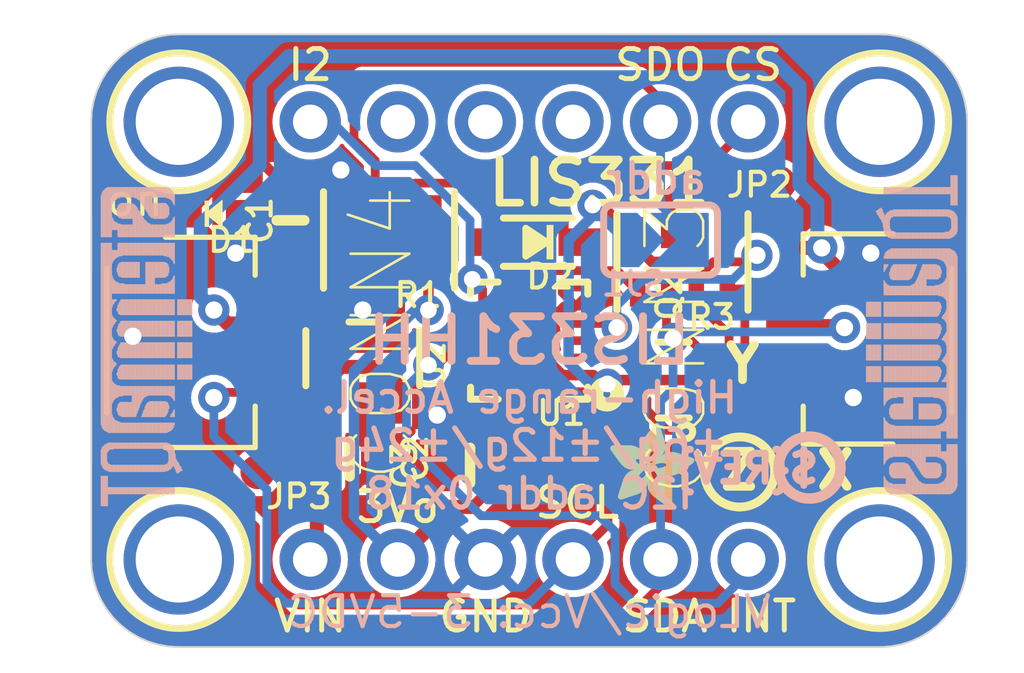
<source format=kicad_pcb>
(kicad_pcb (version 20221018) (generator pcbnew)
  (layers (0 "F.Cu" signal) (31 "B.Cu" signal) (34 "B.Paste" user) (35 "F.Paste" user) (36 "B.SilkS" user "B.Silkscreen") (37 "F.SilkS" user "F.Silkscreen") (38 "B.Mask" user) (39 "F.Mask" user) (44 "Edge.Cuts" user))
  (net 0 "")
  (net 1 "GND")
  (net 2 "SDA")
  (net 3 "SCL")
  (net 4 "SCL_3V")
  (net 5 "SDA_3V")
  (net 6 "3.3V")
  (net 7 "VCC")
  (net 8 "N$1")
  (net 9 "CS")
  (net 10 "N$2")
  (net 11 "INT1")
  (net 12 "SDO")
  (net 13 "INT2")
  (footprint "working:ADAFRUIT_2.5MM" (layer "F.Cu") (at 150.8506 109.8296)
    (fp_text reference "U$12" hide)
    (fp_text value "" hide)
  )
  (footprint "working:MOUNTINGHOLE_2.5_PLATED" (layer "F.Cu") (at 158.6611 98.6536)
    (fp_text reference "U$17" hide)
    (fp_text value "MOUNTINGHOLE2.5" hide)
  )
  (footprint "working:1X06_ROUND_70" (layer "F.Cu") (at 148.5011 98.6536 180)
    (fp_text reference "JP2")
    (fp_text value "")
  )
  (footprint "working:JST_SH4" (layer "F.Cu") (at 158.6611 105.0036 90)
    (fp_text reference "CONN3")
    (fp_text value "STEMMA_I2C_QT" hide)
  )
  (footprint "working:RESPACK_4X0603" (layer "F.Cu") (at 144.4371 102.0826 180)
    (fp_text reference "R1")
    (fp_text value "10K")
  )
  (footprint "working:MOUNTINGHOLE_2.5_PLATED" (layer "F.Cu") (at 158.6611 111.3536)
    (fp_text reference "U$21" hide)
    (fp_text value "MOUNTINGHOLE2.5" hide)
  )
  (footprint "working:SOT23-5" (layer "F.Cu") (at 143.6751 105.5116)
    (fp_text reference "U2")
    (fp_text value "AP2112K-3.3")
  )
  (footprint "working:MOUNTINGHOLE_2.5_PLATED" (layer "F.Cu") (at 138.3411 98.6536)
    (fp_text reference "U$1" hide)
    (fp_text value "MOUNTINGHOLE2.5" hide)
  )
  (footprint "working:1X06_ROUND_70" (layer "F.Cu") (at 148.5011 111.3536)
    (fp_text reference "JP3")
    (fp_text value "")
  )
  (footprint "working:JST_SH4" (layer "F.Cu") (at 138.3411 105.0036 -90)
    (fp_text reference "CONN4")
    (fp_text value "STEMMA_I2C_QT" hide)
  )
  (footprint "working:CHIPLED_0603_NOOUTLINE" (layer "F.Cu") (at 139.3571 101.3206 90)
    (fp_text reference "D1")
    (fp_text value "GREEN")
  )
  (footprint "working:0805-NO" (layer "F.Cu") (at 143.2941 108.4326)
    (fp_text reference "C2")
    (fp_text value "10uF")
  )
  (footprint "working:FIDUCIAL_1MM" (layer "F.Cu") (at 140.6271 108.8136)
    (fp_text reference "FID3" hide)
    (fp_text value "FIDUCIAL_1MM" hide)
  )
  (footprint "working:MOUNTINGHOLE_2.5_PLATED" (layer "F.Cu") (at 138.3411 111.3536)
    (fp_text reference "U$19" hide)
    (fp_text value "MOUNTINGHOLE2.5" hide)
  )
  (footprint "working:SOT363" (layer "F.Cu") (at 152.6921 106.1466 90)
    (fp_text reference "Q2")
    (fp_text value "BSS138")
  )
  (footprint "working:RESPACK_4X0603" (layer "F.Cu") (at 152.9461 102.7176 180)
    (fp_text reference "R3")
    (fp_text value "10K")
  )
  (footprint "working:0603-NO" (layer "F.Cu") (at 141.5796 101.5111 90)
    (fp_text reference "C1")
    (fp_text value "0.1uF")
  )
  (footprint "working:FIDUCIAL_1MM" (layer "F.Cu") (at 155.7401 100.4316)
    (fp_text reference "FID4" hide)
    (fp_text value "FIDUCIAL_1MM" hide)
  )
  (footprint "working:SOD-323" (layer "F.Cu") (at 148.7551 102.1461 180)
    (fp_text reference "D2")
    (fp_text value "1N4148")
  )
  (footprint "working:LGA16_3X3MM" (layer "F.Cu") (at 148.5011 105.0036 180)
    (fp_text reference "U1")
    (fp_text value "LIS3DHTR")
  )
  (footprint "working:0805-NO" (layer "F.Cu") (at 146.7866 108.6231 180)
    (fp_text reference "C3")
    (fp_text value "10uF")
  )
  (footprint "working:STEMMAQT" (layer "B.Cu") (at 158.2801 109.4486 90)
    (fp_text reference "U$30" hide)
    (fp_text value "" hide)
  )
  (footprint "working:SOLDERJUMPER_ARROW_NOPASTE" (layer "B.Cu") (at 152.3111 102.0826)
    (fp_text reference "SJ1")
    (fp_text value "")
  )
  (footprint "working:PCBFEAT-REV-040" (layer "B.Cu") (at 156.6291 108.6866 180)
    (fp_text reference "U$25" hide)
    (fp_text value "" hide)
  )
  (footprint "working:STEMMAQT" (layer "B.Cu") (at 138.7221 100.5586 -90)
    (fp_text reference "U$31" hide)
    (fp_text value "" hide)
  )
  (gr_arc (start 154.6011 107.7986) (mid 155.324733 108.090967) (end 155.6171 108.8146) (stroke (width 0.254)) (layer "F.SilkS"))
  (gr_arc (start 155.6171 108.8146) (mid 155.31952 109.53302) (end 154.6011 109.8306) (stroke (width 0.254)) (layer "F.SilkS"))
  (gr_arc (start 153.5851 108.8146) (mid 153.88268 108.09618) (end 154.6011 107.7986) (stroke (width 0.254)) (layer "F.SilkS"))
  (gr_arc (start 154.6011 109.8306) (mid 153.88268 109.53302) (end 153.5851 108.8146) (stroke (width 0.254)) (layer "F.SilkS"))
  (gr_arc (start 138.3411 113.8936) (mid 136.545049 113.149651) (end 135.8011 111.3536) (stroke (width 0.05)) (layer "Edge.Cuts"))
  (gr_line (start 158.6611 96.1136) (end 138.3411 96.1136) (stroke (width 0.05)) (layer "Edge.Cuts"))
  (gr_arc (start 135.8011 98.6536) (mid 136.545049 96.857549) (end 138.3411 96.1136) (stroke (width 0.05)) (layer "Edge.Cuts"))
  (gr_line (start 161.2011 111.3536) (end 161.2011 98.6536) (stroke (width 0.05)) (layer "Edge.Cuts"))
  (gr_line (start 138.3411 113.8936) (end 158.6611 113.8936) (stroke (width 0.05)) (layer "Edge.Cuts"))
  (gr_arc (start 161.2011 111.3536) (mid 160.457151 113.149651) (end 158.6611 113.8936) (stroke (width 0.05)) (layer "Edge.Cuts"))
  (gr_line (start 135.8011 98.6536) (end 135.8011 111.3536) (stroke (width 0.05)) (layer "Edge.Cuts"))
  (gr_arc (start 158.6611 96.1136) (mid 160.457151 96.857549) (end 161.2011 98.6536) (stroke (width 0.05)) (layer "Edge.Cuts"))
  (gr_text "VLogic/Vcc: 3-5VDC" (at 148.5011 112.8776) (layer "B.SilkS") (effects (font (size 0.89408 0.89408) (thickness 0.12192)) (justify mirror)))
  (gr_text "addr" (at 152.1841 100.3046) (layer "B.SilkS") (effects (font (size 0.8636 0.8636) (thickness 0.1524)) (justify mirror)))
  (gr_text "LIS331HH" (at 148.5011 105.0036) (layer "B.SilkS") (effects (font (size 1.2954 1.2954) (thickness 0.2286)) (justify mirror)))
  (gr_text "High-range Accel.\n±6g/±12g/±24g\nI2C addr 0x18" (at 148.5011 108.0516) (layer "B.SilkS") (effects (font (size 0.8636 0.8636) (thickness 0.1524)) (justify mirror)))
  (gr_text "Z" (at 155.2361 108.1796) (layer "F.SilkS") (effects (font (size 1.016 1.016) (thickness 0.254)) (justify right top)))
  (gr_text "INT" (at 155.2321 113.0046) (layer "F.SilkS") (effects (font (size 0.87376 0.87376) (thickness 0.14224))))
  (gr_text "3Vo" (at 144.6911 109.8296) (layer "F.SilkS") (effects (font (size 0.87376 0.87376) (thickness 0.14224))))
  (gr_text "LIS331" (at 150.5331 100.4316) (layer "F.SilkS") (effects (font (size 1.25222 1.25222) (thickness 0.22098))))
  (gr_text "X" (at 158.0301 108.1796) (layer "F.SilkS") (effects (font (size 1.016 1.016) (thickness 0.254)) (justify right top)))
  (gr_text "VIN" (at 142.1511 113.0046) (layer "F.SilkS") (effects (font (size 0.87376 0.87376) (thickness 0.14224))))
  (gr_text "GND" (at 147.2311 113.0046) (layer "F.SilkS") (effects (font (size 0.87376 0.87376) (thickness 0.14224))))
  (gr_text "on" (at 136.1821 101.4476) (layer "F.SilkS") (effects (font (size 0.89408 0.89408) (thickness 0.12192)) (justify left bottom)))
  (gr_text "SCL" (at 149.8981 109.7026) (layer "F.SilkS") (effects (font (size 0.87376 0.87376) (thickness 0.14224))))
  (gr_text "I2" (at 142.1511 97.0026) (layer "F.SilkS") (effects (font (size 0.87376 0.87376) (thickness 0.14224))))
  (gr_text "SDO" (at 152.3111 97.0026) (layer "F.SilkS") (effects (font (size 0.87376 0.87376) (thickness 0.14224))))
  (gr_text "CS" (at 154.9781 97.0026) (layer "F.SilkS") (effects (font (size 0.87376 0.87376) (thickness 0.14224))))
  (gr_text "SDA" (at 152.4381 113.0046) (layer "F.SilkS") (effects (font (size 0.87376 0.87376) (thickness 0.14224))))
  (gr_text "Y" (at 154.0851 106.2726) (layer "F.SilkS") (effects (font (size 1.016 1.016) (thickness 0.254)) (justify left bottom)))
  (segment (start 149.8511 104.0036) (end 149.5011 104.0036) (width 0.2032) (layer "F.Cu") (net 1))
  (segment (start 139.9921 103.0986) (end 139.9921 102.4636) (width 0.4064) (layer "F.Cu") (net 1))
  (segment (start 147.8661 105.1306) (end 147.8661 104.5036) (width 0.4064) (layer "F.Cu") (net 1))
  (segment (start 143.9437 103.719) (end 143.6751 103.9876) (width 0.4064) (layer "F.Cu") (net 1))
  (segment (start 147.1511 105.5036) (end 146.7311 105.5036) (width 0.254) (layer "F.Cu") (net 1))
  (segment (start 144.2441 108.4326) (end 143.6751 107.8636) (width 0.4064) (layer "F.Cu") (net 1))
  (segment (start 140.8551 103.5036) (end 140.8051 103.4536) (width 0.4064) (layer "F.Cu") (net 1))
  (segment (start 143.6751 106.8117) (end 143.6751 107.8636) (width 0.4064) (layer "F.Cu") (net 1))
  (segment (start 143.9437 103.443163) (end 143.9437 103.719) (width 0.4064) (layer "F.Cu") (net 1))
  (segment (start 146.7311 105.5036) (end 146.431 105.8037) (width 0.254) (layer "F.Cu") (net 1))
  (segment (start 147.8661 104.5036) (end 148.0011 104.5036) (width 0.254) (layer "F.Cu") (net 1))
  (segment (start 147.1511 104.5036) (end 147.8661 104.5036) (width 0.254) (layer "F.Cu") (net 1))
  (segment (start 144.0371 103.349763) (end 143.9437 103.443163) (width 0.4064) (layer "F.Cu") (net 1))
  (segment (start 147.4931 105.5036) (end 147.8661 105.1306) (width 0.254) (layer "F.Cu") (net 1))
  (segment (start 140.3471 103.4536) (end 139.9921 103.0986) (width 0.4064) (layer "F.Cu") (net 1))
  (segment (start 144.0371 102.9326) (end 144.0371 103.349763) (width 0.4064) (layer "F.Cu") (net 1))
  (segment (start 148.0011 104.5036) (end 148.5011 105.0036) (width 0.254) (layer "F.Cu") (net 1))
  (segment (start 146.1271 108.4326) (end 144.2441 108.4326) (width 0.4064) (layer "F.Cu") (net 1))
  (segment (start 149.5011 104.0036) (end 148.5011 105.0036) (width 0.254) (layer "F.Cu") (net 1))
  (segment (start 140.8051 103.4536) (end 140.3471 103.4536) (width 0.4064) (layer "F.Cu") (net 1))
  (segment (start 147.1511 105.5036) (end 147.4931 105.5036) (width 0.254) (layer "F.Cu") (net 1))
  (via (at 143.0401 100.0506) (size 0.9064) (drill 0.5) (layers "F.Cu" "B.Cu") (net 1))
  (via (at 137.0076 104.8766) (size 0.9064) (drill 0.5) (layers "F.Cu" "B.Cu") (net 1))
  (via (at 157.8991 106.6546) (size 0.9064) (drill 0.5) (layers "F.Cu" "B.Cu") (net 1))
  (via (at 139.9921 102.4636) (size 0.9064) (drill 0.5) (layers "F.Cu" "B.Cu") (net 1))
  (via (at 145.8341 107.1626) (size 0.9064) (drill 0.5) (layers "F.Cu" "B.Cu") (net 1))
  (via (at 143.6751 104.1146) (size 0.9064) (drill 0.5) (layers "F.Cu" "B.Cu") (net 1))
  (via (at 158.4071 102.4636) (size 0.9064) (drill 0.5) (layers "F.Cu" "B.Cu") (net 1))
  (segment (start 157.5261 104.5036) (end 157.6451 104.6226) (width 0.254) (layer "F.Cu") (net 2))
  (segment (start 151.2951 113.1316) (end 152.3111 112.1156) (width 0.254) (layer "F.Cu") (net 2))
  (segment (start 152.6731 104.9011) (end 152.4826 104.7106) (width 0.254) (layer "F.Cu") (net 2))
  (segment (start 140.5636 112.0521) (end 141.6431 113.1316) (width 0.254) (layer "F.Cu") (net 2))
  (segment (start 139.379706 105.5036) (end 139.379706 105.488994) (width 0.254) (layer "F.Cu") (net 2))
  (segment (start 138.4681 108.3056) (end 140.5636 110.4011) (width 0.254) (layer "F.Cu") (net 2))
  (segment (start 141.6431 113.1316) (end 151.2951 113.1316) (width 0.254) (layer "F.Cu") (net 2))
  (segment (start 152.6731 104.9011) (end 152.6731 104.9401) (width 0.254) (layer "F.Cu") (net 2))
  (segment (start 152.4826 103.6311) (end 152.4826 104.7106) (width 0.254) (layer "F.Cu") (net 2))
  (segment (start 156.1471 104.5036) (end 157.5261 104.5036) (width 0.254) (layer "F.Cu") (net 2))
  (segment (start 140.5636 110.4011) (end 140.5636 112.0521) (width 0.254) (layer "F.Cu") (net 2))
  (segment (start 140.8551 105.5036) (end 139.379706 105.5036) (width 0.254) (layer "F.Cu") (net 2))
  (segment (start 152.5461 103.5676) (end 152.4826 103.6311) (width 0.254) (layer "F.Cu") (net 2))
  (segment (start 139.379706 105.488994) (end 138.998706 105.488994) (width 0.254) (layer "F.Cu") (net 2))
  (segment (start 138.4681 106.0196) (end 138.4681 108.3056) (width 0.254) (layer "F.Cu") (net 2))
  (segment (start 152.3111 112.1156) (end 152.3111 111.3536) (width 0.254) (layer "F.Cu") (net 2))
  (segment (start 138.998706 105.488994) (end 138.4681 106.0196) (width 0.254) (layer "F.Cu") (net 2))
  (segment (start 153.0841 104.8886) (end 152.7246 104.8886) (width 0.254) (layer "F.Cu") (net 2))
  (segment (start 153.0841 104.8886) (end 153.5921 105.3966) (width 0.254) (layer "F.Cu") (net 2))
  (segment (start 152.6731 104.9401) (end 152.7246 104.8886) (width 0.254) (layer "F.Cu") (net 2))
  (via (at 152.6731 104.9401) (size 0.9064) (drill 0.5) (layers "F.Cu" "B.Cu") (net 2))
  (via (at 157.6451 104.6226) (size 0.9064) (drill 0.5) (layers "F.Cu" "B.Cu") (net 2))
  (segment (start 152.8636 104.7496) (end 152.6731 104.9401) (width 0.254) (layer "B.Cu") (net 2))
  (segment (start 152.6731 106.4006) (end 152.3111 106.7626) (width 0.254) (layer "B.Cu") (net 2))
  (segment (start 157.6451 104.6226) (end 157.5181 104.7496) (width 0.254) (layer "B.Cu") (net 2))
  (segment (start 152.6731 104.9401) (end 152.6731 106.4006) (width 0.254) (layer "B.Cu") (net 2))
  (segment (start 152.3111 106.7626) (end 152.3111 111.3536) (width 0.254) (layer "B.Cu") (net 2))
  (segment (start 157.5181 104.7496) (end 152.8636 104.7496) (width 0.254) (layer "B.Cu") (net 2))
  (segment (start 139.5081 106.5036) (end 139.3571 106.6546) (width 0.254) (layer "F.Cu") (net 3))
  (segment (start 156.1471 103.5036) (end 154.3101 103.5036) (width 0.254) (layer "F.Cu") (net 3))
  (segment (start 152.5016 107.6071) (end 151.7916 106.8971) (width 0.254) (layer "F.Cu") (net 3))
  (segment (start 151.7921 106.8966) (end 151.7916 106.8971) (width 0.254) (layer "F.Cu") (net 3))
  (segment (start 154.7541 104.0756) (end 154.7541 106.8786) (width 0.254) (layer "F.Cu") (net 3))
  (segment (start 150.7871 107.4166) (end 150.7871 110.3376) (width 0.254) (layer "F.Cu") (net 3))
  (segment (start 154.7541 106.8786) (end 154.0256 107.6071) (width 0.254) (layer "F.Cu") (net 3))
  (segment (start 140.8551 106.5036) (end 139.5081 106.5036) (width 0.254) (layer "F.Cu") (net 3))
  (segment (start 154.2461 103.5676) (end 154.7541 104.0756) (width 0.254) (layer "F.Cu") (net 3))
  (segment (start 151.3071 106.8966) (end 150.7871 107.4166) (width 0.254) (layer "F.Cu") (net 3))
  (segment (start 154.0256 107.6071) (end 152.5016 107.6071) (width 0.254) (layer "F.Cu") (net 3))
  (segment (start 151.7921 106.8966) (end 151.3071 106.8966) (width 0.254) (layer "F.Cu") (net 3))
  (segment (start 154.3101 103.5036) (end 154.2461 103.5676) (width 0.254) (layer "F.Cu") (net 3))
  (segment (start 150.7871 110.3376) (end 149.7711 111.3536) (width 0.254) (layer "F.Cu") (net 3))
  (via (at 139.3571 106.6546) (size 0.9064) (drill 0.5) (layers "F.Cu" "B.Cu") (net 3))
  (segment (start 139.3571 107.786019) (end 140.8938 109.322719) (width 0.254) (layer "B.Cu") (net 3))
  (segment (start 141.4526 112.6236) (end 148.5011 112.6236) (width 0.254) (layer "B.Cu") (net 3))
  (segment (start 148.5011 112.6236) (end 149.7711 111.3536) (width 0.254) (layer "B.Cu") (net 3))
  (segment (start 140.8938 109.322719) (end 140.8938 112.0648) (width 0.254) (layer "B.Cu") (net 3))
  (segment (start 139.3571 106.6546) (end 139.3571 107.786019) (width 0.254) (layer "B.Cu") (net 3))
  (segment (start 140.8938 112.0648) (end 141.4526 112.6236) (width 0.254) (layer "B.Cu") (net 3))
  (segment (start 153.9731 106.8966) (end 153.5921 106.8966) (width 0.254) (layer "F.Cu") (net 4))
  (segment (start 154.2969 106.5728) (end 153.9731 106.8966) (width 0.254) (layer "F.Cu") (net 4))
  (segment (start 153.3461 103.8796) (end 154.2969 104.8304) (width 0.254) (layer "F.Cu") (net 4))
  (segment (start 153.3461 103.5676) (end 153.3461 103.8796) (width 0.254) (layer "F.Cu") (net 4))
  (segment (start 149.8511 104.5036) (end 150.9221 104.5036) (width 0.254) (layer "F.Cu") (net 4))
  (segment (start 150.9221 104.5036) (end 151.0411 104.6226) (width 0.254) (layer "F.Cu") (net 4))
  (segment (start 154.9146 102.7176) (end 155.1051 102.5271) (width 0.254) (layer "F.Cu") (net 4))
  (segment (start 153.3461 103.5676) (end 153.3461 103.2066) (width 0.254) (layer "F.Cu") (net 4))
  (segment (start 154.2969 104.8304) (end 154.2969 106.5728) (width 0.254) (layer "F.Cu") (net 4))
  (segment (start 153.3461 103.2066) (end 153.8351 102.7176) (width 0.254) (layer "F.Cu") (net 4))
  (segment (start 154.9146 102.7176) (end 153.8351 102.7176) (width 0.254) (layer "F.Cu") (net 4))
  (via (at 151.0411 104.6226) (size 0.889) (drill 0.4826) (layers "F.Cu" "B.Cu") (net 4))
  (via (at 155.1051 102.5271) (size 0.9064) (drill 0.5) (layers "F.Cu" "B.Cu") (net 4))
  (segment (start 151.0411 104.6226) (end 151.0411 103.9876) (width 0.254) (layer "B.Cu") (net 4))
  (segment (start 154.4066 103.2256) (end 155.1051 102.5271) (width 0.254) (layer "B.Cu") (net 4))
  (segment (start 154.4066 103.2256) (end 151.8031 103.2256) (width 0.254) (layer "B.Cu") (net 4))
  (segment (start 151.8031 103.2256) (end 151.0411 103.9876) (width 0.254) (layer "B.Cu") (net 4))
  (segment (start 151.8556 103.9361) (end 151.8556 105.3331) (width 0.254) (layer "F.Cu") (net 5))
  (segment (start 149.0011 103.1066) (end 149.1361 102.9716) (width 0.254) (layer "F.Cu") (net 5))
  (segment (start 149.1361 102.9716) (end 151.0501 102.9716) (width 0.254) (layer "F.Cu") (net 5))
  (segment (start 149.0011 103.6536) (end 149.0011 103.1066) (width 0.254) (layer "F.Cu") (net 5))
  (segment (start 151.0501 102.9716) (end 151.6461 103.5676) (width 0.254) (layer "F.Cu") (net 5))
  (segment (start 151.6461 103.7266) (end 151.6461 103.5676) (width 0.254) (layer "F.Cu") (net 5))
  (segment (start 151.8556 103.9361) (end 151.6461 103.7266) (width 0.254) (layer "F.Cu") (net 5))
  (segment (start 151.7921 105.3966) (end 151.8556 105.3331) (width 0.254) (layer "F.Cu") (net 5))
  (segment (start 148.1201 105.6386) (end 148.5011 105.6386) (width 0.3048) (layer "F.Cu") (net 6))
  (segment (start 147.748406 108.611294) (end 147.7366 108.6231) (width 0.3048) (layer "F.Cu") (net 6))
  (segment (start 153.0096 102.7176) (end 152.0571 102.7176) (width 0.3048) (layer "F.Cu") (net 6))
  (segment (start 153.3461 102.3811) (end 153.0096 102.7176) (width 0.3048) (layer "F.Cu") (net 6))
  (segment (start 149.8511 106.0036) (end 150.3591 106.0036) (width 0.3048) (layer "F.Cu") (net 6))
  (segment (start 148.0011 105.7576) (end 148.1201 105.6386) (width 0.3048) (layer "F.Cu") (net 6))
  (segment (start 143.0941 102.9326) (end 142.5226 102.3611) (width 0.3048) (layer "F.Cu") (net 6))
  (segment (start 144.6911 111.3536) (end 146.2151 109.8296) (width 0.4064) (layer "F.Cu") (net 6))
  (segment (start 151.3921 101.8676) (end 150.46685 100.94235) (width 0.3048) (layer "F.Cu") (net 6))
  (segment (start 153.3461 101.8676) (end 153.3461 102.3811) (width 0.3048) (layer "F.Cu") (net 6))
  (segment (start 143.1371 102.2396) (end 143.2941 102.0826) (width 0.3048) (layer "F.Cu") (net 6))
  (segment (start 150.6131 106.2576) (end 150.3591 106.0036) (width 0.3048) (layer "F.Cu") (net 6))
  (segment (start 151.6461 102.3066) (end 151.6461 101.8676) (width 0.3048) (layer "F.Cu") (net 6))
  (segment (start 150.7711 106.2576) (end 150.8821 106.1466) (width 0.3048) (layer "F.Cu") (net 6))
  (segment (start 150.46685 100.94235) (end 150.3426 101.0666) (width 0.3048) (layer "F.Cu") (net 6))
  (segment (start 143.1371 102.9326) (end 143.0941 102.9326) (width 0.3048) (layer "F.Cu") (net 6))
  (segment (start 145.7371 102.9326) (end 145.5801 103.0896) (width 0.3048) (layer "F.Cu") (net 6))
  (segment (start 151.6461 101.8676) (end 151.3921 101.8676) (width 0.3048) (layer "F.Cu") (net 6))
  (segment (start 142.7251 103.3446) (end 143.1371 102.9326) (width 0.3048) (layer "F.Cu") (net 6))
  (segment (start 149.5011 106.0036) (end 149.8511 106.0036) (width 0.3048) (layer "F.Cu") (net 6))
  (segment (start 143.2941 102.0826) (end 144.5641 102.0826) (width 0.3048) (layer "F.Cu") (net 6))
  (segment (start 146.8501 109.8296) (end 147.748406 108.931294) (width 0.3048) (layer "F.Cu") (net 6))
  (segment (start 143.1371 102.9326) (end 143.1371 102.2396) (width 0.3048) (layer "F.Cu") (net 6))
  (segment (start 151.7921 106.1466) (end 150.8821 106.1466) (width 0.3048) (layer "F.Cu") (net 6))
  (segment (start 148.0011 106.692794) (end 147.748406 106.945488) (width 0.3048) (layer "F.Cu") (net 6))
  (segment (start 147.748406 106.945488) (end 147.748406 108.611294) (width 0.3048) (layer "F.Cu") (net 6))
  (segment (start 142.5226 102.3611) (end 141.5796 102.3611) (width 0.3048) (layer "F.Cu") (net 6))
  (segment (start 142.7251 104.2115) (end 142.7251 103.3446) (width 0.3048) (layer "F.Cu") (net 6))
  (segment (start 148.5011 105.6386) (end 149.1361 105.6386) (width 0.3048) (layer "F.Cu") (net 6))
  (segment (start 150.7711 106.2576) (end 150.6131 106.2576) (width 0.3048) (layer "F.Cu") (net 6))
  (segment (start 149.1361 105.6386) (end 149.5011 106.0036) (width 0.254) (layer "F.Cu") (net 6))
  (segment (start 152.0571 102.7176) (end 151.6461 102.3066) (width 0.3048) (layer "F.Cu") (net 6))
  (segment (start 145.5801 103.0896) (end 145.5801 104.1146) (width 0.3048) (layer "F.Cu") (net 6))
  (segment (start 144.5641 102.0826) (end 144.8371 102.3556) (width 0.3048) (layer "F.Cu") (net 6))
  (segment (start 144.8371 102.3556) (end 144.8371 102.9326) (width 0.3048) (layer "F.Cu") (net 6))
  (segment (start 145.7371 101.2326) (end 145.7371 102.9326) (width 0.3048) (layer "F.Cu") (net 6))
  (segment (start 151.7921 106.1466) (end 153.5921 106.1466) (width 0.3048) (layer "F.Cu") (net 6))
  (segment (start 146.2151 109.8296) (end 146.8501 109.8296) (width 0.4064) (layer "F.Cu") (net 6))
  (segment (start 144.8371 102.9326) (end 145.7371 102.9326) (width 0.3048) (layer "F.Cu") (net 6))
  (segment (start 148.0011 106.3536) (end 148.0011 105.7576) (width 0.3048) (layer "F.Cu") (net 6))
  (segment (start 148.5011 106.3536) (end 148.5011 105.6386) (width 0.3048) (layer "F.Cu") (net 6))
  (segment (start 148.0011 106.3536) (end 148.0011 106.692794) (width 0.3048) (layer "F.Cu") (net 6))
  (segment (start 147.748406 108.931294) (end 147.748406 108.611294) (width 0.3048) (layer "F.Cu") (net 6))
  (via (at 145.5801 104.1146) (size 0.889) (drill 0.4826) (layers "F.Cu" "B.Cu") (net 6))
  (via (at 150.3426 101.0666) (size 0.889) (drill 0.4826) (layers "F.Cu" "B.Cu") (net 6))
  (via (at 150.7711 106.2576) (size 0.889) (drill 0.4826) (layers "F.Cu" "B.Cu") (net 6))
  (segment (start 150.2631 106.2576) (end 150.7711 106.2576) (width 0.3048) (layer "B.Cu") (net 6))
  (segment (start 143.4211 110.0836) (end 144.6911 111.3536) (width 0.3048) (layer "B.Cu") (net 6))
  (segment (start 143.4211 105.8926) (end 143.4211 110.0836) (width 0.3048) (layer "B.Cu") (net 6))
  (segment (start 150.2631 106.2576) (end 149.6441 105.6386) (width 0.3048) (layer "B.Cu") (net 6))
  (segment (start 150.3426 101.0666) (end 150.3426 101.3841) (width 0.3048) (layer "B.Cu") (net 6))
  (segment (start 150.3426 101.3841) (end 149.6441 102.0826) (width 0.3048) (layer "B.Cu") (net 6))
  (segment (start 149.6441 102.0826) (end 149.6441 105.6386) (width 0.3048) (layer "B.Cu") (net 6))
  (segment (start 145.5801 104.1146) (end 145.1991 104.1146) (width 0.3048) (layer "B.Cu") (net 6))
  (segment (start 150.5966 101.3841) (end 150.3426 101.3841) (width 0.3048) (layer "B.Cu") (net 6))
  (segment (start 145.1991 104.1146) (end 143.4211 105.8926) (width 0.3048) (layer "B.Cu") (net 6))
  (segment (start 151.2951 102.0826) (end 150.5966 101.3841) (width 0.3048) (layer "B.Cu") (net 6))
  (segment (start 154.2461 101.8676) (end 154.5001 101.6136) (width 0.4064) (layer "F.Cu") (net 7))
  (segment (start 143.0401 105.7656) (end 142.9156 105.8901) (width 0.4064) (layer "F.Cu") (net 7))
  (segment (start 154.2161 101.8376) (end 154.2461 101.8676) (width 0.4064) (layer "F.Cu") (net 7))
  (segment (start 140.8551 104.5036) (end 141.5291 104.5036) (width 0.4064) (layer "F.Cu") (net 7))
  (segment (start 158.5341 103.9876) (end 156.9856 102.4391) (width 0.4064) (layer "F.Cu") (net 7))
  (segment (start 142.3441 107.1927) (end 142.3441 108.4326) (width 0.4064) (layer "F.Cu") (net 7))
  (segment (start 140.8551 104.5036) (end 139.7461 104.5036) (width 0.4064) (layer "F.Cu") (net 7))
  (segment (start 142.3441 111.1606) (end 142.1511 111.3536) (width 0.4064) (layer "F.Cu") (net 7))
  (segment (start 144.6251 105.7656) (end 143.0401 105.7656) (width 0.4064) (layer "F.Cu") (net 7))
  (segment (start 155.4616 101.6136) (end 154.5001 101.6136) (width 0.4064) (layer "F.Cu") (net 7))
  (segment (start 139.7461 104.5036) (end 139.3571 104.1146) (width 0.4064) (layer "F.Cu") (net 7))
  (segment (start 156.9856 102.3121) (end 156.1601 102.3121) (width 0.4064) (layer "F.Cu") (net 7))
  (segment (start 158.5341 105.0036) (end 158.5341 103.9876) (width 0.4064) (layer "F.Cu") (net 7))
  (segment (start 158.0341 105.5036) (end 158.5341 105.0036) (width 0.4064) (layer "F.Cu") (net 7))
  (segment (start 152.5461 100.8316) (end 152.8191 100.5586) (width 0.4064) (layer "F.Cu") (net 7))
  (segment (start 142.9156 105.8901) (end 142.7251 106.0806) (width 0.4064) (layer "F.Cu") (net 7))
  (segment (start 142.7251 106.8117) (end 142.3441 107.1927) (width 0.4064) (layer "F.Cu") (net 7))
  (segment (start 156.1471 105.5036) (end 158.0341 105.5036) (width 0.4064) (layer "F.Cu") (net 7))
  (segment (start 141.5291 104.5036) (end 142.9156 105.8901) (width 0.4064) (layer "F.Cu") (net 7))
  (segment (start 152.5461 101.8676) (end 152.5461 100.8316) (width 0.4064) (layer "F.Cu") (net 7))
  (segment (start 144.6251 106.8117) (end 144.6251 105.7656) (width 0.4064) (layer "F.Cu") (net 7))
  (segment (start 152.8191 100.5586) (end 154.2161 100.5586) (width 0.4064) (layer "F.Cu") (net 7))
  (segment (start 156.1601 102.3121) (end 155.4616 101.6136) (width 0.4064) (layer "F.Cu") (net 7))
  (segment (start 154.2161 100.5586) (end 154.2161 101.8376) (width 0.4064) (layer "F.Cu") (net 7))
  (segment (start 142.3441 108.4326) (end 142.3441 111.1606) (width 0.4064) (layer "F.Cu") (net 7))
  (segment (start 142.7251 106.0806) (end 142.7251 106.8117) (width 0.4064) (layer "F.Cu") (net 7))
  (segment (start 156.9856 102.3121) (end 156.9856 102.4391) (width 0.4064) (layer "F.Cu") (net 7))
  (via (at 156.9856 102.3121) (size 0.9064) (drill 0.5) (layers "F.Cu" "B.Cu") (net 7))
  (via (at 139.3571 104.1146) (size 0.9064) (drill 0.5) (layers "F.Cu" "B.Cu") (net 7))
  (segment (start 141.525625 96.7486) (end 155.476575 96.7486) (width 0.4064) (layer "B.Cu") (net 7))
  (segment (start 155.476575 96.7486) (end 156.337 97.609025) (width 0.4064) (layer "B.Cu") (net 7))
  (segment (start 156.8586 101.0031) (end 156.8586 102.1851) (width 0.4064) (layer "B.Cu") (net 7))
  (segment (start 156.337 97.609025) (end 156.337 100.4815) (width 0.4064) (layer "B.Cu") (net 7))
  (segment (start 139.3571 104.1146) (end 138.9761 103.7336) (width 0.4064) (layer "B.Cu") (net 7))
  (segment (start 140.6906 99.9236) (end 140.6906 97.583625) (width 0.4064) (layer "B.Cu") (net 7))
  (segment (start 156.337 100.4815) (end 156.8586 101.0031) (width 0.4064) (layer "B.Cu") (net 7))
  (segment (start 140.6906 97.583625) (end 141.525625 96.7486) (width 0.4064) (layer "B.Cu") (net 7))
  (segment (start 156.8586 102.1851) (end 156.9856 102.3121) (width 0.4064) (layer "B.Cu") (net 7))
  (segment (start 138.9761 101.6381) (end 140.6906 99.9236) (width 0.4064) (layer "B.Cu") (net 7))
  (segment (start 138.9761 103.7336) (end 138.9761 101.6381) (width 0.4064) (layer "B.Cu") (net 7))
  (segment (start 140.1071 101.3206) (end 140.77055 101.3206) (width 0.2032) (layer "F.Cu") (net 8))
  (segment (start 142.8741 101.2326) (end 143.1371 101.2326) (width 0.254) (layer "F.Cu") (net 8))
  (segment (start 142.6033 101.5034) (end 142.7861 101.3206) (width 0.2032) (layer "F.Cu") (net 8))
  (segment (start 140.95335 101.5034) (end 142.6033 101.5034) (width 0.2032) (layer "F.Cu") (net 8))
  (segment (start 142.7861 101.3206) (end 142.8741 101.2326) (width 0.254) (layer "F.Cu") (net 8))
  (segment (start 140.77055 101.3206) (end 140.95335 101.5034) (width 0.2032) (layer "F.Cu") (net 8))
  (segment (start 150.0251 102.1461) (end 149.7076 102.1461) (width 0.254) (layer "F.Cu") (net 9))
  (segment (start 150.0251 99.9236) (end 153.7081 99.9236) (width 0.254) (layer "F.Cu") (net 9))
  (segment (start 153.7081 99.9236) (end 154.8511 98.7806) (width 0.254) (layer "F.Cu") (net 9))
  (segment (start 149.7076 102.1461) (end 149.5171 101.9556) (width 0.254) (layer "F.Cu") (net 9))
  (segment (start 154.8511 98.7806) (end 154.8511 98.6536) (width 0.254) (layer "F.Cu") (net 9))
  (segment (start 149.5171 100.4316) (end 150.0251 99.9236) (width 0.254) (layer "F.Cu") (net 9))
  (segment (start 149.5171 100.4316) (end 149.5171 101.9556) (width 0.254) (layer "F.Cu") (net 9))
  (segment (start 146.9771 100.4316) (end 147.4851 100.9396) (width 0.254) (layer "F.Cu") (net 10))
  (segment (start 144.8371 101.2326) (end 144.8371 100.7936) (width 0.254) (layer "F.Cu") (net 10))
  (segment (start 144.8371 100.7936) (end 145.1991 100.4316) (width 0.254) (layer "F.Cu") (net 10))
  (segment (start 148.0011 103.6536) (end 148.0011 102.6621) (width 0.254) (layer "F.Cu") (net 10))
  (segment (start 148.0011 102.6621) (end 147.4851 102.1461) (width 0.254) (layer "F.Cu") (net 10))
  (segment (start 145.1991 100.4316) (end 146.9771 100.4316) (width 0.254) (layer "F.Cu") (net 10))
  (segment (start 147.4851 100.9396) (end 147.4851 102.1461) (width 0.254) (layer "F.Cu") (net 10))
  (segment (start 146.5453 105.0036) (end 145.8341 105.7148) (width 0.254) (layer "F.Cu") (net 11))
  (segment (start 145.5801 105.7148) (end 145.8341 105.7148) (width 0.254) (layer "F.Cu") (net 11))
  (segment (start 147.1511 105.0036) (end 146.5453 105.0036) (width 0.254) (layer "F.Cu") (net 11))
  (via (at 145.5801 105.7148) (size 0.889) (drill 0.4826) (layers "F.Cu" "B.Cu") (net 11))
  (segment (start 144.9451 107.9246) (end 147.1041 110.0836) (width 0.254) (layer "B.Cu") (net 11))
  (segment (start 154.8511 111.7346) (end 154.8511 111.3536) (width 0.254) (layer "B.Cu") (net 11))
  (segment (start 150.9903 112.0648) (end 151.5491 112.6236) (width 0.254) (layer "B.Cu") (net 11))
  (segment (start 150.9903 110.5408) (end 150.9903 112.0648) (width 0.254) (layer "B.Cu") (net 11))
  (segment (start 145.5801 105.7148) (end 144.9451 106.3498) (width 0.254) (layer "B.Cu") (net 11))
  (segment (start 144.9451 106.3498) (end 144.9451 107.9246) (width 0.254) (layer "B.Cu") (net 11))
  (segment (start 153.9621 112.6236) (end 154.8511 111.7346) (width 0.254) (layer "B.Cu") (net 11))
  (segment (start 147.1041 110.0836) (end 150.5331 110.0836) (width 0.254) (layer "B.Cu") (net 11))
  (segment (start 150.5331 110.0836) (end 150.9903 110.5408) (width 0.254) (layer "B.Cu") (net 11))
  (segment (start 151.5491 112.6236) (end 153.9621 112.6236) (width 0.254) (layer "B.Cu") (net 11))
  (segment (start 143.4211 99.1616) (end 143.4211 97.6376) (width 0.254) (layer "F.Cu") (net 12))
  (segment (start 151.6761 97.3836) (end 152.3111 98.0186) (width 0.254) (layer "F.Cu") (net 12))
  (segment (start 148.5011 97.3836) (end 151.6761 97.3836) (width 0.254) (layer "F.Cu") (net 12))
  (segment (start 144.0371 99.7776) (end 143.4211 99.1616) (width 0.254) (layer "F.Cu") (net 12))
  (segment (start 143.4211 97.6376) (end 143.6751 97.3836) (width 0.254) (layer "F.Cu") (net 12))
  (segment (start 144.0371 101.2326) (end 144.0371 99.7776) (width 0.254) (layer "F.Cu") (net 12))
  (segment (start 143.6751 97.3836) (end 148.5011 97.3836) (width 0.254) (layer "F.Cu") (net 12))
  (segment (start 152.3111 98.0186) (end 152.3111 98.6536) (width 0.254) (layer "F.Cu") (net 12))
  (segment (start 148.5011 103.6536) (end 148.5011 97.3836) (width 0.254) (layer "F.Cu") (net 12))
  (segment (start 152.3111 101.0666) (end 153.3271 102.0826) (width 0.254) (layer "B.Cu") (net 12))
  (segment (start 152.3111 98.6536) (end 152.3111 101.0666) (width 0.254) (layer "B.Cu") (net 12))
  (segment (start 147.1511 104.0036) (end 147.1511 103.5266) (width 0.254) (layer "F.Cu") (net 13))
  (segment (start 147.1511 103.5266) (end 146.8501 103.2256) (width 0.254) (layer "F.Cu") (net 13))
  (via (at 146.8501 103.2256) (size 0.889) (drill 0.4826) (layers "F.Cu" "B.Cu") (net 13))
  (segment (start 144.0561 99.9236) (end 142.7861 98.6536) (width 0.254) (layer "B.Cu") (net 13))
  (segment (start 146.7866 103.1621) (end 146.8501 103.2256) (width 0.254) (layer "B.Cu") (net 13))
  (segment (start 142.1511 98.6536) (end 142.7861 98.6536) (width 0.254) (layer "B.Cu") (net 13))
  (segment (start 145.1991 99.9236) (end 144.0561 99.9236) (width 0.254) (layer "B.Cu") (net 13))
  (segment (start 146.7866 101.5111) (end 146.7866 103.1621) (width 0.254) (layer "B.Cu") (net 13))
  (segment (start 146.7866 101.5111) (end 145.1991 99.9236) (width 0.254) (layer "B.Cu") (net 13))
  (zone (net 1) (net_name "GND") (layer "F.Cu") (priority 6) (connect_pads (clearance 0.000001)) (min_thickness 0.127) (fill yes (thermal_gap 0.304) (thermal_bridge_width 0.304))
    (polygon (pts (xy 161.3281 114.0206) (xy 135.6741 114.0206) (xy 135.6741 95.9866) (xy 161.3281 95.9866)))
  )
  (zone (net 1) (net_name "GND") (layer "B.Cu") (priority 6) (connect_pads (clearance 0.000001)) (min_thickness 0.127) (fill yes (thermal_gap 0.304) (thermal_bridge_width 0.304))
    (polygon (pts (xy 161.3281 114.0206) (xy 135.6741 114.0206) (xy 135.6741 95.9866) (xy 161.3281 95.9866)))
  )
)
</source>
